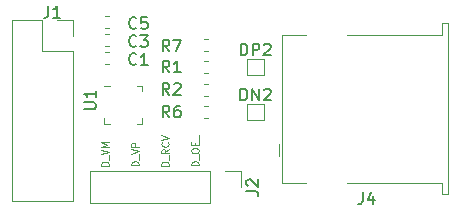
<source format=gbr>
G04 #@! TF.GenerationSoftware,KiCad,Pcbnew,5.1.6-c6e7f7d~86~ubuntu18.04.1*
G04 #@! TF.CreationDate,2021-05-10T21:06:11-07:00*
G04 #@! TF.ProjectId,usb_host_pmod,7573625f-686f-4737-945f-706d6f642e6b,rev?*
G04 #@! TF.SameCoordinates,Original*
G04 #@! TF.FileFunction,Legend,Top*
G04 #@! TF.FilePolarity,Positive*
%FSLAX46Y46*%
G04 Gerber Fmt 4.6, Leading zero omitted, Abs format (unit mm)*
G04 Created by KiCad (PCBNEW 5.1.6-c6e7f7d~86~ubuntu18.04.1) date 2021-05-10 21:06:11*
%MOMM*%
%LPD*%
G01*
G04 APERTURE LIST*
%ADD10C,0.100000*%
%ADD11C,0.120000*%
%ADD12C,0.150000*%
G04 APERTURE END LIST*
D10*
X95775428Y-104874857D02*
X95175428Y-104874857D01*
X95175428Y-104732000D01*
X95204000Y-104646285D01*
X95261142Y-104589142D01*
X95318285Y-104560571D01*
X95432571Y-104532000D01*
X95518285Y-104532000D01*
X95632571Y-104560571D01*
X95689714Y-104589142D01*
X95746857Y-104646285D01*
X95775428Y-104732000D01*
X95775428Y-104874857D01*
X95832571Y-104417714D02*
X95832571Y-103960571D01*
X95775428Y-103474857D02*
X95489714Y-103674857D01*
X95775428Y-103817714D02*
X95175428Y-103817714D01*
X95175428Y-103589142D01*
X95204000Y-103532000D01*
X95232571Y-103503428D01*
X95289714Y-103474857D01*
X95375428Y-103474857D01*
X95432571Y-103503428D01*
X95461142Y-103532000D01*
X95489714Y-103589142D01*
X95489714Y-103817714D01*
X95718285Y-102874857D02*
X95746857Y-102903428D01*
X95775428Y-102989142D01*
X95775428Y-103046285D01*
X95746857Y-103132000D01*
X95689714Y-103189142D01*
X95632571Y-103217714D01*
X95518285Y-103246285D01*
X95432571Y-103246285D01*
X95318285Y-103217714D01*
X95261142Y-103189142D01*
X95204000Y-103132000D01*
X95175428Y-103046285D01*
X95175428Y-102989142D01*
X95204000Y-102903428D01*
X95232571Y-102874857D01*
X95175428Y-102703428D02*
X95775428Y-102503428D01*
X95175428Y-102303428D01*
X90695428Y-104871714D02*
X90095428Y-104871714D01*
X90095428Y-104728857D01*
X90124000Y-104643142D01*
X90181142Y-104586000D01*
X90238285Y-104557428D01*
X90352571Y-104528857D01*
X90438285Y-104528857D01*
X90552571Y-104557428D01*
X90609714Y-104586000D01*
X90666857Y-104643142D01*
X90695428Y-104728857D01*
X90695428Y-104871714D01*
X90752571Y-104414571D02*
X90752571Y-103957428D01*
X90095428Y-103900285D02*
X90695428Y-103700285D01*
X90095428Y-103500285D01*
X90695428Y-103300285D02*
X90095428Y-103300285D01*
X90524000Y-103100285D01*
X90095428Y-102900285D01*
X90695428Y-102900285D01*
X93235428Y-104828857D02*
X92635428Y-104828857D01*
X92635428Y-104686000D01*
X92664000Y-104600285D01*
X92721142Y-104543142D01*
X92778285Y-104514571D01*
X92892571Y-104486000D01*
X92978285Y-104486000D01*
X93092571Y-104514571D01*
X93149714Y-104543142D01*
X93206857Y-104600285D01*
X93235428Y-104686000D01*
X93235428Y-104828857D01*
X93292571Y-104371714D02*
X93292571Y-103914571D01*
X92635428Y-103857428D02*
X93235428Y-103657428D01*
X92635428Y-103457428D01*
X93235428Y-103257428D02*
X92635428Y-103257428D01*
X92635428Y-103028857D01*
X92664000Y-102971714D01*
X92692571Y-102943142D01*
X92749714Y-102914571D01*
X92835428Y-102914571D01*
X92892571Y-102943142D01*
X92921142Y-102971714D01*
X92949714Y-103028857D01*
X92949714Y-103257428D01*
X98315428Y-104832000D02*
X97715428Y-104832000D01*
X97715428Y-104689142D01*
X97744000Y-104603428D01*
X97801142Y-104546285D01*
X97858285Y-104517714D01*
X97972571Y-104489142D01*
X98058285Y-104489142D01*
X98172571Y-104517714D01*
X98229714Y-104546285D01*
X98286857Y-104603428D01*
X98315428Y-104689142D01*
X98315428Y-104832000D01*
X98372571Y-104374857D02*
X98372571Y-103917714D01*
X97715428Y-103660571D02*
X97715428Y-103546285D01*
X97744000Y-103489142D01*
X97801142Y-103432000D01*
X97915428Y-103403428D01*
X98115428Y-103403428D01*
X98229714Y-103432000D01*
X98286857Y-103489142D01*
X98315428Y-103546285D01*
X98315428Y-103660571D01*
X98286857Y-103717714D01*
X98229714Y-103774857D01*
X98115428Y-103803428D01*
X97915428Y-103803428D01*
X97801142Y-103774857D01*
X97744000Y-103717714D01*
X97715428Y-103660571D01*
X98001142Y-103146285D02*
X98001142Y-102946285D01*
X98315428Y-102860571D02*
X98315428Y-103146285D01*
X97715428Y-103146285D01*
X97715428Y-102860571D01*
X98372571Y-102746285D02*
X98372571Y-102289142D01*
D11*
X102424000Y-97220000D02*
X102424000Y-95820000D01*
X103824000Y-97220000D02*
X102424000Y-97220000D01*
X103824000Y-95820000D02*
X103824000Y-97220000D01*
X102424000Y-95820000D02*
X103824000Y-95820000D01*
X102424000Y-101030000D02*
X102424000Y-99630000D01*
X103824000Y-101030000D02*
X102424000Y-101030000D01*
X103824000Y-99630000D02*
X103824000Y-101030000D01*
X102424000Y-99630000D02*
X103824000Y-99630000D01*
X119416000Y-107292000D02*
X119416000Y-92792000D01*
X119416000Y-92792000D02*
X118916000Y-92792000D01*
X118916000Y-92792000D02*
X118916000Y-93792000D01*
X118916000Y-93792000D02*
X110916000Y-93792000D01*
X107416000Y-93792000D02*
X105416000Y-93792000D01*
X105416000Y-93792000D02*
X105416000Y-106292000D01*
X105416000Y-106292000D02*
X107416000Y-106292000D01*
X110916000Y-106292000D02*
X118916000Y-106292000D01*
X118916000Y-106292000D02*
X118916000Y-107292000D01*
X118916000Y-107292000D02*
X119416000Y-107292000D01*
X105166000Y-104042000D02*
X105166000Y-103042000D01*
X90365733Y-96268000D02*
X90708267Y-96268000D01*
X90365733Y-95248000D02*
X90708267Y-95248000D01*
X90736267Y-92200000D02*
X90393733Y-92200000D01*
X90736267Y-93220000D02*
X90393733Y-93220000D01*
X90736267Y-93724000D02*
X90393733Y-93724000D01*
X90736267Y-94744000D02*
X90393733Y-94744000D01*
X101914000Y-105350000D02*
X101914000Y-106680000D01*
X100584000Y-105350000D02*
X101914000Y-105350000D01*
X99314000Y-105350000D02*
X99314000Y-108010000D01*
X99314000Y-108010000D02*
X89094000Y-108010000D01*
X99314000Y-105350000D02*
X89094000Y-105350000D01*
X89094000Y-105350000D02*
X89094000Y-108010000D01*
X87690000Y-92523000D02*
X86360000Y-92523000D01*
X87690000Y-93853000D02*
X87690000Y-92523000D01*
X85090000Y-92523000D02*
X82490000Y-92523000D01*
X85090000Y-95123000D02*
X85090000Y-92523000D01*
X87690000Y-95123000D02*
X85090000Y-95123000D01*
X82490000Y-92523000D02*
X82490000Y-107883000D01*
X87690000Y-95123000D02*
X87690000Y-107883000D01*
X87690000Y-107883000D02*
X82490000Y-107883000D01*
X99090267Y-94105000D02*
X98747733Y-94105000D01*
X99090267Y-95125000D02*
X98747733Y-95125000D01*
X99090267Y-99820000D02*
X98747733Y-99820000D01*
X99090267Y-100840000D02*
X98747733Y-100840000D01*
X99090267Y-97915000D02*
X98747733Y-97915000D01*
X99090267Y-98935000D02*
X98747733Y-98935000D01*
X99090267Y-96010000D02*
X98747733Y-96010000D01*
X99090267Y-97030000D02*
X98747733Y-97030000D01*
X90813000Y-98085000D02*
X90338000Y-98085000D01*
X93558000Y-101305000D02*
X93558000Y-100830000D01*
X93083000Y-101305000D02*
X93558000Y-101305000D01*
X90338000Y-101305000D02*
X90338000Y-100830000D01*
X90813000Y-101305000D02*
X90338000Y-101305000D01*
X93558000Y-98085000D02*
X93558000Y-98560000D01*
X93083000Y-98085000D02*
X93558000Y-98085000D01*
D12*
X101885904Y-95524380D02*
X101885904Y-94524380D01*
X102124000Y-94524380D01*
X102266857Y-94572000D01*
X102362095Y-94667238D01*
X102409714Y-94762476D01*
X102457333Y-94952952D01*
X102457333Y-95095809D01*
X102409714Y-95286285D01*
X102362095Y-95381523D01*
X102266857Y-95476761D01*
X102124000Y-95524380D01*
X101885904Y-95524380D01*
X102885904Y-95524380D02*
X102885904Y-94524380D01*
X103266857Y-94524380D01*
X103362095Y-94572000D01*
X103409714Y-94619619D01*
X103457333Y-94714857D01*
X103457333Y-94857714D01*
X103409714Y-94952952D01*
X103362095Y-95000571D01*
X103266857Y-95048190D01*
X102885904Y-95048190D01*
X103838285Y-94619619D02*
X103885904Y-94572000D01*
X103981142Y-94524380D01*
X104219238Y-94524380D01*
X104314476Y-94572000D01*
X104362095Y-94619619D01*
X104409714Y-94714857D01*
X104409714Y-94810095D01*
X104362095Y-94952952D01*
X103790666Y-95524380D01*
X104409714Y-95524380D01*
X101862095Y-99334380D02*
X101862095Y-98334380D01*
X102100190Y-98334380D01*
X102243047Y-98382000D01*
X102338285Y-98477238D01*
X102385904Y-98572476D01*
X102433523Y-98762952D01*
X102433523Y-98905809D01*
X102385904Y-99096285D01*
X102338285Y-99191523D01*
X102243047Y-99286761D01*
X102100190Y-99334380D01*
X101862095Y-99334380D01*
X102862095Y-99334380D02*
X102862095Y-98334380D01*
X103433523Y-99334380D01*
X103433523Y-98334380D01*
X103862095Y-98429619D02*
X103909714Y-98382000D01*
X104004952Y-98334380D01*
X104243047Y-98334380D01*
X104338285Y-98382000D01*
X104385904Y-98429619D01*
X104433523Y-98524857D01*
X104433523Y-98620095D01*
X104385904Y-98762952D01*
X103814476Y-99334380D01*
X104433523Y-99334380D01*
X112206266Y-107118480D02*
X112206266Y-107832766D01*
X112158647Y-107975623D01*
X112063409Y-108070861D01*
X111920552Y-108118480D01*
X111825314Y-108118480D01*
X113111028Y-107451814D02*
X113111028Y-108118480D01*
X112872933Y-107070861D02*
X112634838Y-107785147D01*
X113253885Y-107785147D01*
X93051333Y-96242142D02*
X93003714Y-96289761D01*
X92860857Y-96337380D01*
X92765619Y-96337380D01*
X92622761Y-96289761D01*
X92527523Y-96194523D01*
X92479904Y-96099285D01*
X92432285Y-95908809D01*
X92432285Y-95765952D01*
X92479904Y-95575476D01*
X92527523Y-95480238D01*
X92622761Y-95385000D01*
X92765619Y-95337380D01*
X92860857Y-95337380D01*
X93003714Y-95385000D01*
X93051333Y-95432619D01*
X94003714Y-96337380D02*
X93432285Y-96337380D01*
X93718000Y-96337380D02*
X93718000Y-95337380D01*
X93622761Y-95480238D01*
X93527523Y-95575476D01*
X93432285Y-95623095D01*
X93051333Y-93194142D02*
X93003714Y-93241761D01*
X92860857Y-93289380D01*
X92765619Y-93289380D01*
X92622761Y-93241761D01*
X92527523Y-93146523D01*
X92479904Y-93051285D01*
X92432285Y-92860809D01*
X92432285Y-92717952D01*
X92479904Y-92527476D01*
X92527523Y-92432238D01*
X92622761Y-92337000D01*
X92765619Y-92289380D01*
X92860857Y-92289380D01*
X93003714Y-92337000D01*
X93051333Y-92384619D01*
X93956095Y-92289380D02*
X93479904Y-92289380D01*
X93432285Y-92765571D01*
X93479904Y-92717952D01*
X93575142Y-92670333D01*
X93813238Y-92670333D01*
X93908476Y-92717952D01*
X93956095Y-92765571D01*
X94003714Y-92860809D01*
X94003714Y-93098904D01*
X93956095Y-93194142D01*
X93908476Y-93241761D01*
X93813238Y-93289380D01*
X93575142Y-93289380D01*
X93479904Y-93241761D01*
X93432285Y-93194142D01*
X93051333Y-94718142D02*
X93003714Y-94765761D01*
X92860857Y-94813380D01*
X92765619Y-94813380D01*
X92622761Y-94765761D01*
X92527523Y-94670523D01*
X92479904Y-94575285D01*
X92432285Y-94384809D01*
X92432285Y-94241952D01*
X92479904Y-94051476D01*
X92527523Y-93956238D01*
X92622761Y-93861000D01*
X92765619Y-93813380D01*
X92860857Y-93813380D01*
X93003714Y-93861000D01*
X93051333Y-93908619D01*
X93384666Y-93813380D02*
X94003714Y-93813380D01*
X93670380Y-94194333D01*
X93813238Y-94194333D01*
X93908476Y-94241952D01*
X93956095Y-94289571D01*
X94003714Y-94384809D01*
X94003714Y-94622904D01*
X93956095Y-94718142D01*
X93908476Y-94765761D01*
X93813238Y-94813380D01*
X93527523Y-94813380D01*
X93432285Y-94765761D01*
X93384666Y-94718142D01*
X102366380Y-107013333D02*
X103080666Y-107013333D01*
X103223523Y-107060952D01*
X103318761Y-107156190D01*
X103366380Y-107299047D01*
X103366380Y-107394285D01*
X102461619Y-106584761D02*
X102414000Y-106537142D01*
X102366380Y-106441904D01*
X102366380Y-106203809D01*
X102414000Y-106108571D01*
X102461619Y-106060952D01*
X102556857Y-106013333D01*
X102652095Y-106013333D01*
X102794952Y-106060952D01*
X103366380Y-106632380D01*
X103366380Y-106013333D01*
X85594866Y-91324180D02*
X85594866Y-92038466D01*
X85547247Y-92181323D01*
X85452009Y-92276561D01*
X85309152Y-92324180D01*
X85213914Y-92324180D01*
X86594866Y-92324180D02*
X86023438Y-92324180D01*
X86309152Y-92324180D02*
X86309152Y-91324180D01*
X86213914Y-91467038D01*
X86118676Y-91562276D01*
X86023438Y-91609895D01*
X95845333Y-95194380D02*
X95512000Y-94718190D01*
X95273904Y-95194380D02*
X95273904Y-94194380D01*
X95654857Y-94194380D01*
X95750095Y-94242000D01*
X95797714Y-94289619D01*
X95845333Y-94384857D01*
X95845333Y-94527714D01*
X95797714Y-94622952D01*
X95750095Y-94670571D01*
X95654857Y-94718190D01*
X95273904Y-94718190D01*
X96178666Y-94194380D02*
X96845333Y-94194380D01*
X96416761Y-95194380D01*
X95845333Y-100782380D02*
X95512000Y-100306190D01*
X95273904Y-100782380D02*
X95273904Y-99782380D01*
X95654857Y-99782380D01*
X95750095Y-99830000D01*
X95797714Y-99877619D01*
X95845333Y-99972857D01*
X95845333Y-100115714D01*
X95797714Y-100210952D01*
X95750095Y-100258571D01*
X95654857Y-100306190D01*
X95273904Y-100306190D01*
X96702476Y-99782380D02*
X96512000Y-99782380D01*
X96416761Y-99830000D01*
X96369142Y-99877619D01*
X96273904Y-100020476D01*
X96226285Y-100210952D01*
X96226285Y-100591904D01*
X96273904Y-100687142D01*
X96321523Y-100734761D01*
X96416761Y-100782380D01*
X96607238Y-100782380D01*
X96702476Y-100734761D01*
X96750095Y-100687142D01*
X96797714Y-100591904D01*
X96797714Y-100353809D01*
X96750095Y-100258571D01*
X96702476Y-100210952D01*
X96607238Y-100163333D01*
X96416761Y-100163333D01*
X96321523Y-100210952D01*
X96273904Y-100258571D01*
X96226285Y-100353809D01*
X95845333Y-98877380D02*
X95512000Y-98401190D01*
X95273904Y-98877380D02*
X95273904Y-97877380D01*
X95654857Y-97877380D01*
X95750095Y-97925000D01*
X95797714Y-97972619D01*
X95845333Y-98067857D01*
X95845333Y-98210714D01*
X95797714Y-98305952D01*
X95750095Y-98353571D01*
X95654857Y-98401190D01*
X95273904Y-98401190D01*
X96226285Y-97972619D02*
X96273904Y-97925000D01*
X96369142Y-97877380D01*
X96607238Y-97877380D01*
X96702476Y-97925000D01*
X96750095Y-97972619D01*
X96797714Y-98067857D01*
X96797714Y-98163095D01*
X96750095Y-98305952D01*
X96178666Y-98877380D01*
X96797714Y-98877380D01*
X95845333Y-96972380D02*
X95512000Y-96496190D01*
X95273904Y-96972380D02*
X95273904Y-95972380D01*
X95654857Y-95972380D01*
X95750095Y-96020000D01*
X95797714Y-96067619D01*
X95845333Y-96162857D01*
X95845333Y-96305714D01*
X95797714Y-96400952D01*
X95750095Y-96448571D01*
X95654857Y-96496190D01*
X95273904Y-96496190D01*
X96797714Y-96972380D02*
X96226285Y-96972380D01*
X96512000Y-96972380D02*
X96512000Y-95972380D01*
X96416761Y-96115238D01*
X96321523Y-96210476D01*
X96226285Y-96258095D01*
X88606380Y-100075904D02*
X89415904Y-100075904D01*
X89511142Y-100028285D01*
X89558761Y-99980666D01*
X89606380Y-99885428D01*
X89606380Y-99694952D01*
X89558761Y-99599714D01*
X89511142Y-99552095D01*
X89415904Y-99504476D01*
X88606380Y-99504476D01*
X89606380Y-98504476D02*
X89606380Y-99075904D01*
X89606380Y-98790190D02*
X88606380Y-98790190D01*
X88749238Y-98885428D01*
X88844476Y-98980666D01*
X88892095Y-99075904D01*
M02*

</source>
